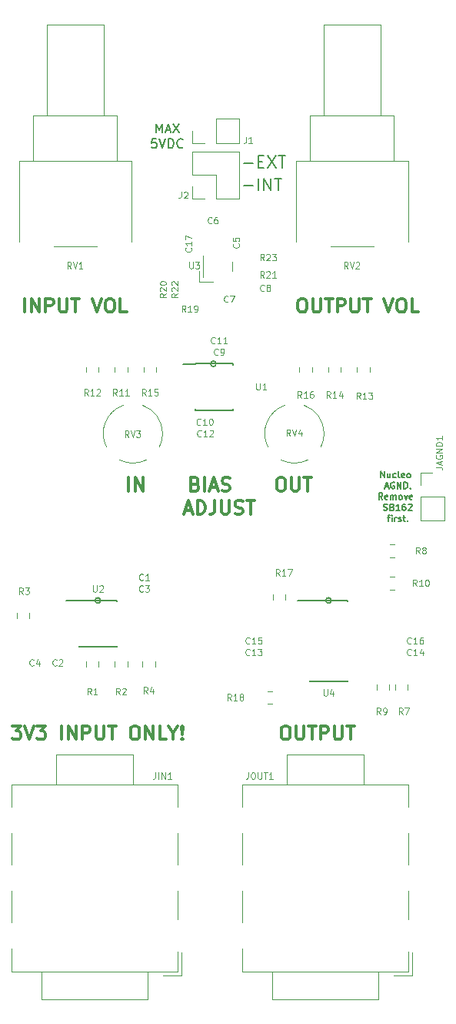
<source format=gbr>
G04 #@! TF.GenerationSoftware,KiCad,Pcbnew,(5.0.0-3-g5ebb6b6)*
G04 #@! TF.CreationDate,2019-04-23T02:19:09+01:00*
G04 #@! TF.ProjectId,Nucleo144AudioBreakout,4E75636C656F313434417564696F4272,RevA*
G04 #@! TF.SameCoordinates,Original*
G04 #@! TF.FileFunction,Legend,Top*
G04 #@! TF.FilePolarity,Positive*
%FSLAX46Y46*%
G04 Gerber Fmt 4.6, Leading zero omitted, Abs format (unit mm)*
G04 Created by KiCad (PCBNEW (5.0.0-3-g5ebb6b6)) date Tuesday, 23 April 2019 at 02:19:09*
%MOMM*%
%LPD*%
G01*
G04 APERTURE LIST*
%ADD10C,0.150000*%
%ADD11C,0.200000*%
%ADD12C,0.175000*%
%ADD13C,0.300000*%
%ADD14C,0.120000*%
%ADD15C,0.100000*%
G04 APERTURE END LIST*
D10*
X120036666Y-124916666D02*
X120036666Y-124216666D01*
X120436666Y-124916666D01*
X120436666Y-124216666D01*
X121070000Y-124450000D02*
X121070000Y-124916666D01*
X120770000Y-124450000D02*
X120770000Y-124816666D01*
X120803333Y-124883333D01*
X120870000Y-124916666D01*
X120970000Y-124916666D01*
X121036666Y-124883333D01*
X121070000Y-124850000D01*
X121703333Y-124883333D02*
X121636666Y-124916666D01*
X121503333Y-124916666D01*
X121436666Y-124883333D01*
X121403333Y-124850000D01*
X121370000Y-124783333D01*
X121370000Y-124583333D01*
X121403333Y-124516666D01*
X121436666Y-124483333D01*
X121503333Y-124450000D01*
X121636666Y-124450000D01*
X121703333Y-124483333D01*
X122103333Y-124916666D02*
X122036666Y-124883333D01*
X122003333Y-124816666D01*
X122003333Y-124216666D01*
X122636666Y-124883333D02*
X122570000Y-124916666D01*
X122436666Y-124916666D01*
X122370000Y-124883333D01*
X122336666Y-124816666D01*
X122336666Y-124550000D01*
X122370000Y-124483333D01*
X122436666Y-124450000D01*
X122570000Y-124450000D01*
X122636666Y-124483333D01*
X122670000Y-124550000D01*
X122670000Y-124616666D01*
X122336666Y-124683333D01*
X123070000Y-124916666D02*
X123003333Y-124883333D01*
X122970000Y-124850000D01*
X122936666Y-124783333D01*
X122936666Y-124583333D01*
X122970000Y-124516666D01*
X123003333Y-124483333D01*
X123070000Y-124450000D01*
X123170000Y-124450000D01*
X123236666Y-124483333D01*
X123270000Y-124516666D01*
X123303333Y-124583333D01*
X123303333Y-124783333D01*
X123270000Y-124850000D01*
X123236666Y-124883333D01*
X123170000Y-124916666D01*
X123070000Y-124916666D01*
X120520000Y-125916666D02*
X120853333Y-125916666D01*
X120453333Y-126116666D02*
X120686666Y-125416666D01*
X120920000Y-126116666D01*
X121520000Y-125450000D02*
X121453333Y-125416666D01*
X121353333Y-125416666D01*
X121253333Y-125450000D01*
X121186666Y-125516666D01*
X121153333Y-125583333D01*
X121120000Y-125716666D01*
X121120000Y-125816666D01*
X121153333Y-125950000D01*
X121186666Y-126016666D01*
X121253333Y-126083333D01*
X121353333Y-126116666D01*
X121420000Y-126116666D01*
X121520000Y-126083333D01*
X121553333Y-126050000D01*
X121553333Y-125816666D01*
X121420000Y-125816666D01*
X121853333Y-126116666D02*
X121853333Y-125416666D01*
X122253333Y-126116666D01*
X122253333Y-125416666D01*
X122586666Y-126116666D02*
X122586666Y-125416666D01*
X122753333Y-125416666D01*
X122853333Y-125450000D01*
X122920000Y-125516666D01*
X122953333Y-125583333D01*
X122986666Y-125716666D01*
X122986666Y-125816666D01*
X122953333Y-125950000D01*
X122920000Y-126016666D01*
X122853333Y-126083333D01*
X122753333Y-126116666D01*
X122586666Y-126116666D01*
X123286666Y-126050000D02*
X123320000Y-126083333D01*
X123286666Y-126116666D01*
X123253333Y-126083333D01*
X123286666Y-126050000D01*
X123286666Y-126116666D01*
X120220000Y-127316666D02*
X119986666Y-126983333D01*
X119820000Y-127316666D02*
X119820000Y-126616666D01*
X120086666Y-126616666D01*
X120153333Y-126650000D01*
X120186666Y-126683333D01*
X120220000Y-126750000D01*
X120220000Y-126850000D01*
X120186666Y-126916666D01*
X120153333Y-126950000D01*
X120086666Y-126983333D01*
X119820000Y-126983333D01*
X120786666Y-127283333D02*
X120720000Y-127316666D01*
X120586666Y-127316666D01*
X120520000Y-127283333D01*
X120486666Y-127216666D01*
X120486666Y-126950000D01*
X120520000Y-126883333D01*
X120586666Y-126850000D01*
X120720000Y-126850000D01*
X120786666Y-126883333D01*
X120820000Y-126950000D01*
X120820000Y-127016666D01*
X120486666Y-127083333D01*
X121120000Y-127316666D02*
X121120000Y-126850000D01*
X121120000Y-126916666D02*
X121153333Y-126883333D01*
X121220000Y-126850000D01*
X121320000Y-126850000D01*
X121386666Y-126883333D01*
X121420000Y-126950000D01*
X121420000Y-127316666D01*
X121420000Y-126950000D02*
X121453333Y-126883333D01*
X121520000Y-126850000D01*
X121620000Y-126850000D01*
X121686666Y-126883333D01*
X121720000Y-126950000D01*
X121720000Y-127316666D01*
X122153333Y-127316666D02*
X122086666Y-127283333D01*
X122053333Y-127250000D01*
X122020000Y-127183333D01*
X122020000Y-126983333D01*
X122053333Y-126916666D01*
X122086666Y-126883333D01*
X122153333Y-126850000D01*
X122253333Y-126850000D01*
X122320000Y-126883333D01*
X122353333Y-126916666D01*
X122386666Y-126983333D01*
X122386666Y-127183333D01*
X122353333Y-127250000D01*
X122320000Y-127283333D01*
X122253333Y-127316666D01*
X122153333Y-127316666D01*
X122620000Y-126850000D02*
X122786666Y-127316666D01*
X122953333Y-126850000D01*
X123486666Y-127283333D02*
X123420000Y-127316666D01*
X123286666Y-127316666D01*
X123220000Y-127283333D01*
X123186666Y-127216666D01*
X123186666Y-126950000D01*
X123220000Y-126883333D01*
X123286666Y-126850000D01*
X123420000Y-126850000D01*
X123486666Y-126883333D01*
X123520000Y-126950000D01*
X123520000Y-127016666D01*
X123186666Y-127083333D01*
X120370000Y-128483333D02*
X120470000Y-128516666D01*
X120636666Y-128516666D01*
X120703333Y-128483333D01*
X120736666Y-128450000D01*
X120770000Y-128383333D01*
X120770000Y-128316666D01*
X120736666Y-128250000D01*
X120703333Y-128216666D01*
X120636666Y-128183333D01*
X120503333Y-128150000D01*
X120436666Y-128116666D01*
X120403333Y-128083333D01*
X120370000Y-128016666D01*
X120370000Y-127950000D01*
X120403333Y-127883333D01*
X120436666Y-127850000D01*
X120503333Y-127816666D01*
X120670000Y-127816666D01*
X120770000Y-127850000D01*
X121303333Y-128150000D02*
X121403333Y-128183333D01*
X121436666Y-128216666D01*
X121470000Y-128283333D01*
X121470000Y-128383333D01*
X121436666Y-128450000D01*
X121403333Y-128483333D01*
X121336666Y-128516666D01*
X121070000Y-128516666D01*
X121070000Y-127816666D01*
X121303333Y-127816666D01*
X121370000Y-127850000D01*
X121403333Y-127883333D01*
X121436666Y-127950000D01*
X121436666Y-128016666D01*
X121403333Y-128083333D01*
X121370000Y-128116666D01*
X121303333Y-128150000D01*
X121070000Y-128150000D01*
X122136666Y-128516666D02*
X121736666Y-128516666D01*
X121936666Y-128516666D02*
X121936666Y-127816666D01*
X121870000Y-127916666D01*
X121803333Y-127983333D01*
X121736666Y-128016666D01*
X122736666Y-127816666D02*
X122603333Y-127816666D01*
X122536666Y-127850000D01*
X122503333Y-127883333D01*
X122436666Y-127983333D01*
X122403333Y-128116666D01*
X122403333Y-128383333D01*
X122436666Y-128450000D01*
X122470000Y-128483333D01*
X122536666Y-128516666D01*
X122670000Y-128516666D01*
X122736666Y-128483333D01*
X122770000Y-128450000D01*
X122803333Y-128383333D01*
X122803333Y-128216666D01*
X122770000Y-128150000D01*
X122736666Y-128116666D01*
X122670000Y-128083333D01*
X122536666Y-128083333D01*
X122470000Y-128116666D01*
X122436666Y-128150000D01*
X122403333Y-128216666D01*
X123070000Y-127883333D02*
X123103333Y-127850000D01*
X123170000Y-127816666D01*
X123336666Y-127816666D01*
X123403333Y-127850000D01*
X123436666Y-127883333D01*
X123470000Y-127950000D01*
X123470000Y-128016666D01*
X123436666Y-128116666D01*
X123036666Y-128516666D01*
X123470000Y-128516666D01*
X120753333Y-129250000D02*
X121020000Y-129250000D01*
X120853333Y-129716666D02*
X120853333Y-129116666D01*
X120886666Y-129050000D01*
X120953333Y-129016666D01*
X121020000Y-129016666D01*
X121253333Y-129716666D02*
X121253333Y-129250000D01*
X121253333Y-129016666D02*
X121220000Y-129050000D01*
X121253333Y-129083333D01*
X121286666Y-129050000D01*
X121253333Y-129016666D01*
X121253333Y-129083333D01*
X121586666Y-129716666D02*
X121586666Y-129250000D01*
X121586666Y-129383333D02*
X121620000Y-129316666D01*
X121653333Y-129283333D01*
X121720000Y-129250000D01*
X121786666Y-129250000D01*
X121986666Y-129683333D02*
X122053333Y-129716666D01*
X122186666Y-129716666D01*
X122253333Y-129683333D01*
X122286666Y-129616666D01*
X122286666Y-129583333D01*
X122253333Y-129516666D01*
X122186666Y-129483333D01*
X122086666Y-129483333D01*
X122020000Y-129450000D01*
X121986666Y-129383333D01*
X121986666Y-129350000D01*
X122020000Y-129283333D01*
X122086666Y-129250000D01*
X122186666Y-129250000D01*
X122253333Y-129283333D01*
X122486666Y-129250000D02*
X122753333Y-129250000D01*
X122586666Y-129016666D02*
X122586666Y-129616666D01*
X122620000Y-129683333D01*
X122686666Y-129716666D01*
X122753333Y-129716666D01*
X122986666Y-129650000D02*
X123020000Y-129683333D01*
X122986666Y-129716666D01*
X122953333Y-129683333D01*
X122986666Y-129650000D01*
X122986666Y-129716666D01*
D11*
X104953047Y-92828257D02*
X105943523Y-92828257D01*
X106562571Y-93323495D02*
X106562571Y-92023495D01*
X107181619Y-93323495D02*
X107181619Y-92023495D01*
X107924476Y-93323495D01*
X107924476Y-92023495D01*
X108357809Y-92023495D02*
X109100666Y-92023495D01*
X108729238Y-93323495D02*
X108729238Y-92023495D01*
X104939580Y-90339057D02*
X105930057Y-90339057D01*
X106549104Y-90153342D02*
X106982438Y-90153342D01*
X107168152Y-90834295D02*
X106549104Y-90834295D01*
X106549104Y-89534295D01*
X107168152Y-89534295D01*
X107601485Y-89534295D02*
X108468152Y-90834295D01*
X108468152Y-89534295D02*
X107601485Y-90834295D01*
X108777676Y-89534295D02*
X109520533Y-89534295D01*
X109149104Y-90834295D02*
X109149104Y-89534295D01*
D12*
X95281904Y-86990880D02*
X95281904Y-85990880D01*
X95615238Y-86705166D01*
X95948571Y-85990880D01*
X95948571Y-86990880D01*
X96377142Y-86705166D02*
X96853333Y-86705166D01*
X96281904Y-86990880D02*
X96615238Y-85990880D01*
X96948571Y-86990880D01*
X97186666Y-85990880D02*
X97853333Y-86990880D01*
X97853333Y-85990880D02*
X97186666Y-86990880D01*
X95329523Y-87665880D02*
X94853333Y-87665880D01*
X94805714Y-88142071D01*
X94853333Y-88094452D01*
X94948571Y-88046833D01*
X95186666Y-88046833D01*
X95281904Y-88094452D01*
X95329523Y-88142071D01*
X95377142Y-88237309D01*
X95377142Y-88475404D01*
X95329523Y-88570642D01*
X95281904Y-88618261D01*
X95186666Y-88665880D01*
X94948571Y-88665880D01*
X94853333Y-88618261D01*
X94805714Y-88570642D01*
X95662857Y-87665880D02*
X95996190Y-88665880D01*
X96329523Y-87665880D01*
X96662857Y-88665880D02*
X96662857Y-87665880D01*
X96900952Y-87665880D01*
X97043809Y-87713500D01*
X97139047Y-87808738D01*
X97186666Y-87903976D01*
X97234285Y-88094452D01*
X97234285Y-88237309D01*
X97186666Y-88427785D01*
X97139047Y-88523023D01*
X97043809Y-88618261D01*
X96900952Y-88665880D01*
X96662857Y-88665880D01*
X98234285Y-88570642D02*
X98186666Y-88618261D01*
X98043809Y-88665880D01*
X97948571Y-88665880D01*
X97805714Y-88618261D01*
X97710476Y-88523023D01*
X97662857Y-88427785D01*
X97615238Y-88237309D01*
X97615238Y-88094452D01*
X97662857Y-87903976D01*
X97710476Y-87808738D01*
X97805714Y-87713500D01*
X97948571Y-87665880D01*
X98043809Y-87665880D01*
X98186666Y-87713500D01*
X98234285Y-87761119D01*
D13*
X109422857Y-152213571D02*
X109708571Y-152213571D01*
X109851428Y-152285000D01*
X109994285Y-152427857D01*
X110065714Y-152713571D01*
X110065714Y-153213571D01*
X109994285Y-153499285D01*
X109851428Y-153642142D01*
X109708571Y-153713571D01*
X109422857Y-153713571D01*
X109280000Y-153642142D01*
X109137142Y-153499285D01*
X109065714Y-153213571D01*
X109065714Y-152713571D01*
X109137142Y-152427857D01*
X109280000Y-152285000D01*
X109422857Y-152213571D01*
X110708571Y-152213571D02*
X110708571Y-153427857D01*
X110780000Y-153570714D01*
X110851428Y-153642142D01*
X110994285Y-153713571D01*
X111280000Y-153713571D01*
X111422857Y-153642142D01*
X111494285Y-153570714D01*
X111565714Y-153427857D01*
X111565714Y-152213571D01*
X112065714Y-152213571D02*
X112922857Y-152213571D01*
X112494285Y-153713571D02*
X112494285Y-152213571D01*
X113422857Y-153713571D02*
X113422857Y-152213571D01*
X113994285Y-152213571D01*
X114137142Y-152285000D01*
X114208571Y-152356428D01*
X114280000Y-152499285D01*
X114280000Y-152713571D01*
X114208571Y-152856428D01*
X114137142Y-152927857D01*
X113994285Y-152999285D01*
X113422857Y-152999285D01*
X114922857Y-152213571D02*
X114922857Y-153427857D01*
X114994285Y-153570714D01*
X115065714Y-153642142D01*
X115208571Y-153713571D01*
X115494285Y-153713571D01*
X115637142Y-153642142D01*
X115708571Y-153570714D01*
X115780000Y-153427857D01*
X115780000Y-152213571D01*
X116280000Y-152213571D02*
X117137142Y-152213571D01*
X116708571Y-153713571D02*
X116708571Y-152213571D01*
X92270714Y-126403571D02*
X92270714Y-124903571D01*
X92985000Y-126403571D02*
X92985000Y-124903571D01*
X93842142Y-126403571D01*
X93842142Y-124903571D01*
X99627857Y-125617857D02*
X99842142Y-125689285D01*
X99913571Y-125760714D01*
X99985000Y-125903571D01*
X99985000Y-126117857D01*
X99913571Y-126260714D01*
X99842142Y-126332142D01*
X99699285Y-126403571D01*
X99127857Y-126403571D01*
X99127857Y-124903571D01*
X99627857Y-124903571D01*
X99770714Y-124975000D01*
X99842142Y-125046428D01*
X99913571Y-125189285D01*
X99913571Y-125332142D01*
X99842142Y-125475000D01*
X99770714Y-125546428D01*
X99627857Y-125617857D01*
X99127857Y-125617857D01*
X100627857Y-126403571D02*
X100627857Y-124903571D01*
X101270714Y-125975000D02*
X101985000Y-125975000D01*
X101127857Y-126403571D02*
X101627857Y-124903571D01*
X102127857Y-126403571D01*
X102556428Y-126332142D02*
X102770714Y-126403571D01*
X103127857Y-126403571D01*
X103270714Y-126332142D01*
X103342142Y-126260714D01*
X103413571Y-126117857D01*
X103413571Y-125975000D01*
X103342142Y-125832142D01*
X103270714Y-125760714D01*
X103127857Y-125689285D01*
X102842142Y-125617857D01*
X102699285Y-125546428D01*
X102627857Y-125475000D01*
X102556428Y-125332142D01*
X102556428Y-125189285D01*
X102627857Y-125046428D01*
X102699285Y-124975000D01*
X102842142Y-124903571D01*
X103199285Y-124903571D01*
X103413571Y-124975000D01*
X108913571Y-124903571D02*
X109199285Y-124903571D01*
X109342142Y-124975000D01*
X109485000Y-125117857D01*
X109556428Y-125403571D01*
X109556428Y-125903571D01*
X109485000Y-126189285D01*
X109342142Y-126332142D01*
X109199285Y-126403571D01*
X108913571Y-126403571D01*
X108770714Y-126332142D01*
X108627857Y-126189285D01*
X108556428Y-125903571D01*
X108556428Y-125403571D01*
X108627857Y-125117857D01*
X108770714Y-124975000D01*
X108913571Y-124903571D01*
X110199285Y-124903571D02*
X110199285Y-126117857D01*
X110270714Y-126260714D01*
X110342142Y-126332142D01*
X110485000Y-126403571D01*
X110770714Y-126403571D01*
X110913571Y-126332142D01*
X110985000Y-126260714D01*
X111056428Y-126117857D01*
X111056428Y-124903571D01*
X111556428Y-124903571D02*
X112413571Y-124903571D01*
X111985000Y-126403571D02*
X111985000Y-124903571D01*
X98485000Y-128525000D02*
X99199285Y-128525000D01*
X98342142Y-128953571D02*
X98842142Y-127453571D01*
X99342142Y-128953571D01*
X99842142Y-128953571D02*
X99842142Y-127453571D01*
X100199285Y-127453571D01*
X100413571Y-127525000D01*
X100556428Y-127667857D01*
X100627857Y-127810714D01*
X100699285Y-128096428D01*
X100699285Y-128310714D01*
X100627857Y-128596428D01*
X100556428Y-128739285D01*
X100413571Y-128882142D01*
X100199285Y-128953571D01*
X99842142Y-128953571D01*
X101770714Y-127453571D02*
X101770714Y-128525000D01*
X101699285Y-128739285D01*
X101556428Y-128882142D01*
X101342142Y-128953571D01*
X101199285Y-128953571D01*
X102485000Y-127453571D02*
X102485000Y-128667857D01*
X102556428Y-128810714D01*
X102627857Y-128882142D01*
X102770714Y-128953571D01*
X103056428Y-128953571D01*
X103199285Y-128882142D01*
X103270714Y-128810714D01*
X103342142Y-128667857D01*
X103342142Y-127453571D01*
X103985000Y-128882142D02*
X104199285Y-128953571D01*
X104556428Y-128953571D01*
X104699285Y-128882142D01*
X104770714Y-128810714D01*
X104842142Y-128667857D01*
X104842142Y-128525000D01*
X104770714Y-128382142D01*
X104699285Y-128310714D01*
X104556428Y-128239285D01*
X104270714Y-128167857D01*
X104127857Y-128096428D01*
X104056428Y-128025000D01*
X103985000Y-127882142D01*
X103985000Y-127739285D01*
X104056428Y-127596428D01*
X104127857Y-127525000D01*
X104270714Y-127453571D01*
X104627857Y-127453571D01*
X104842142Y-127525000D01*
X105270714Y-127453571D02*
X106127857Y-127453571D01*
X105699285Y-128953571D02*
X105699285Y-127453571D01*
X111260714Y-105223571D02*
X111546428Y-105223571D01*
X111689285Y-105295000D01*
X111832142Y-105437857D01*
X111903571Y-105723571D01*
X111903571Y-106223571D01*
X111832142Y-106509285D01*
X111689285Y-106652142D01*
X111546428Y-106723571D01*
X111260714Y-106723571D01*
X111117857Y-106652142D01*
X110975000Y-106509285D01*
X110903571Y-106223571D01*
X110903571Y-105723571D01*
X110975000Y-105437857D01*
X111117857Y-105295000D01*
X111260714Y-105223571D01*
X112546428Y-105223571D02*
X112546428Y-106437857D01*
X112617857Y-106580714D01*
X112689285Y-106652142D01*
X112832142Y-106723571D01*
X113117857Y-106723571D01*
X113260714Y-106652142D01*
X113332142Y-106580714D01*
X113403571Y-106437857D01*
X113403571Y-105223571D01*
X113903571Y-105223571D02*
X114760714Y-105223571D01*
X114332142Y-106723571D02*
X114332142Y-105223571D01*
X115260714Y-106723571D02*
X115260714Y-105223571D01*
X115832142Y-105223571D01*
X115975000Y-105295000D01*
X116046428Y-105366428D01*
X116117857Y-105509285D01*
X116117857Y-105723571D01*
X116046428Y-105866428D01*
X115975000Y-105937857D01*
X115832142Y-106009285D01*
X115260714Y-106009285D01*
X116760714Y-105223571D02*
X116760714Y-106437857D01*
X116832142Y-106580714D01*
X116903571Y-106652142D01*
X117046428Y-106723571D01*
X117332142Y-106723571D01*
X117475000Y-106652142D01*
X117546428Y-106580714D01*
X117617857Y-106437857D01*
X117617857Y-105223571D01*
X118117857Y-105223571D02*
X118975000Y-105223571D01*
X118546428Y-106723571D02*
X118546428Y-105223571D01*
X120403571Y-105223571D02*
X120903571Y-106723571D01*
X121403571Y-105223571D01*
X122189285Y-105223571D02*
X122475000Y-105223571D01*
X122617857Y-105295000D01*
X122760714Y-105437857D01*
X122832142Y-105723571D01*
X122832142Y-106223571D01*
X122760714Y-106509285D01*
X122617857Y-106652142D01*
X122475000Y-106723571D01*
X122189285Y-106723571D01*
X122046428Y-106652142D01*
X121903571Y-106509285D01*
X121832142Y-106223571D01*
X121832142Y-105723571D01*
X121903571Y-105437857D01*
X122046428Y-105295000D01*
X122189285Y-105223571D01*
X124189285Y-106723571D02*
X123475000Y-106723571D01*
X123475000Y-105223571D01*
X80860000Y-106723571D02*
X80860000Y-105223571D01*
X81574285Y-106723571D02*
X81574285Y-105223571D01*
X82431428Y-106723571D01*
X82431428Y-105223571D01*
X83145714Y-106723571D02*
X83145714Y-105223571D01*
X83717142Y-105223571D01*
X83860000Y-105295000D01*
X83931428Y-105366428D01*
X84002857Y-105509285D01*
X84002857Y-105723571D01*
X83931428Y-105866428D01*
X83860000Y-105937857D01*
X83717142Y-106009285D01*
X83145714Y-106009285D01*
X84645714Y-105223571D02*
X84645714Y-106437857D01*
X84717142Y-106580714D01*
X84788571Y-106652142D01*
X84931428Y-106723571D01*
X85217142Y-106723571D01*
X85360000Y-106652142D01*
X85431428Y-106580714D01*
X85502857Y-106437857D01*
X85502857Y-105223571D01*
X86002857Y-105223571D02*
X86860000Y-105223571D01*
X86431428Y-106723571D02*
X86431428Y-105223571D01*
X88288571Y-105223571D02*
X88788571Y-106723571D01*
X89288571Y-105223571D01*
X90074285Y-105223571D02*
X90360000Y-105223571D01*
X90502857Y-105295000D01*
X90645714Y-105437857D01*
X90717142Y-105723571D01*
X90717142Y-106223571D01*
X90645714Y-106509285D01*
X90502857Y-106652142D01*
X90360000Y-106723571D01*
X90074285Y-106723571D01*
X89931428Y-106652142D01*
X89788571Y-106509285D01*
X89717142Y-106223571D01*
X89717142Y-105723571D01*
X89788571Y-105437857D01*
X89931428Y-105295000D01*
X90074285Y-105223571D01*
X92074285Y-106723571D02*
X91360000Y-106723571D01*
X91360000Y-105223571D01*
X79471428Y-152213571D02*
X80400000Y-152213571D01*
X79900000Y-152785000D01*
X80114285Y-152785000D01*
X80257142Y-152856428D01*
X80328571Y-152927857D01*
X80400000Y-153070714D01*
X80400000Y-153427857D01*
X80328571Y-153570714D01*
X80257142Y-153642142D01*
X80114285Y-153713571D01*
X79685714Y-153713571D01*
X79542857Y-153642142D01*
X79471428Y-153570714D01*
X80828571Y-152213571D02*
X81328571Y-153713571D01*
X81828571Y-152213571D01*
X82185714Y-152213571D02*
X83114285Y-152213571D01*
X82614285Y-152785000D01*
X82828571Y-152785000D01*
X82971428Y-152856428D01*
X83042857Y-152927857D01*
X83114285Y-153070714D01*
X83114285Y-153427857D01*
X83042857Y-153570714D01*
X82971428Y-153642142D01*
X82828571Y-153713571D01*
X82400000Y-153713571D01*
X82257142Y-153642142D01*
X82185714Y-153570714D01*
X84900000Y-153713571D02*
X84900000Y-152213571D01*
X85614285Y-153713571D02*
X85614285Y-152213571D01*
X86471428Y-153713571D01*
X86471428Y-152213571D01*
X87185714Y-153713571D02*
X87185714Y-152213571D01*
X87757142Y-152213571D01*
X87900000Y-152285000D01*
X87971428Y-152356428D01*
X88042857Y-152499285D01*
X88042857Y-152713571D01*
X87971428Y-152856428D01*
X87900000Y-152927857D01*
X87757142Y-152999285D01*
X87185714Y-152999285D01*
X88685714Y-152213571D02*
X88685714Y-153427857D01*
X88757142Y-153570714D01*
X88828571Y-153642142D01*
X88971428Y-153713571D01*
X89257142Y-153713571D01*
X89400000Y-153642142D01*
X89471428Y-153570714D01*
X89542857Y-153427857D01*
X89542857Y-152213571D01*
X90042857Y-152213571D02*
X90900000Y-152213571D01*
X90471428Y-153713571D02*
X90471428Y-152213571D01*
X92828571Y-152213571D02*
X93114285Y-152213571D01*
X93257142Y-152285000D01*
X93399999Y-152427857D01*
X93471428Y-152713571D01*
X93471428Y-153213571D01*
X93399999Y-153499285D01*
X93257142Y-153642142D01*
X93114285Y-153713571D01*
X92828571Y-153713571D01*
X92685714Y-153642142D01*
X92542857Y-153499285D01*
X92471428Y-153213571D01*
X92471428Y-152713571D01*
X92542857Y-152427857D01*
X92685714Y-152285000D01*
X92828571Y-152213571D01*
X94114285Y-153713571D02*
X94114285Y-152213571D01*
X94971428Y-153713571D01*
X94971428Y-152213571D01*
X96399999Y-153713571D02*
X95685714Y-153713571D01*
X95685714Y-152213571D01*
X97185714Y-152999285D02*
X97185714Y-153713571D01*
X96685714Y-152213571D02*
X97185714Y-152999285D01*
X97685714Y-152213571D01*
X98185714Y-153570714D02*
X98257142Y-153642142D01*
X98185714Y-153713571D01*
X98114285Y-153642142D01*
X98185714Y-153570714D01*
X98185714Y-153713571D01*
X98185714Y-153142142D02*
X98114285Y-152285000D01*
X98185714Y-152213571D01*
X98257142Y-152285000D01*
X98185714Y-153142142D01*
X98185714Y-152213571D01*
D11*
X89200000Y-138430000D02*
G75*
G03X89200000Y-138430000I-300000J0D01*
G01*
X114600000Y-138430000D02*
G75*
G03X114600000Y-138430000I-300000J0D01*
G01*
X101900000Y-112395000D02*
G75*
G03X101900000Y-112395000I-300000J0D01*
G01*
D10*
G04 #@! TO.C,U1*
X99652000Y-112410000D02*
X98252000Y-112410000D01*
X99652000Y-117510000D02*
X103802000Y-117510000D01*
X99652000Y-112360000D02*
X103802000Y-112360000D01*
X99652000Y-117510000D02*
X99652000Y-117365000D01*
X103802000Y-117510000D02*
X103802000Y-117365000D01*
X103802000Y-112360000D02*
X103802000Y-112505000D01*
X99652000Y-112360000D02*
X99652000Y-112410000D01*
D14*
G04 #@! TO.C,R4*
X95198000Y-145153748D02*
X95198000Y-145676252D01*
X93778000Y-145153748D02*
X93778000Y-145676252D01*
D10*
G04 #@! TO.C,U2*
X86825000Y-138445000D02*
X85425000Y-138445000D01*
X86825000Y-143545000D02*
X90975000Y-143545000D01*
X86825000Y-138395000D02*
X90975000Y-138395000D01*
X86825000Y-143545000D02*
X86825000Y-143400000D01*
X90975000Y-143545000D02*
X90975000Y-143400000D01*
X90975000Y-138395000D02*
X90975000Y-138540000D01*
X86825000Y-138395000D02*
X86825000Y-138445000D01*
D14*
G04 #@! TO.C,JIN1*
X98070000Y-179660000D02*
X98070000Y-177160000D01*
X96070000Y-179660000D02*
X98070000Y-179660000D01*
X84260000Y-158620000D02*
X84260000Y-155400000D01*
X92770000Y-155380000D02*
X84290000Y-155380000D01*
X92770000Y-158620000D02*
X92770000Y-155400000D01*
X94360000Y-182260000D02*
X94360000Y-179260000D01*
X94360000Y-182260000D02*
X82660000Y-182260000D01*
X82660000Y-182260000D02*
X82660000Y-179260000D01*
X97660000Y-158650000D02*
X79370000Y-158650000D01*
X79370000Y-158650000D02*
X79370000Y-161100000D01*
X97660000Y-158650000D02*
X97660000Y-161100000D01*
X97670000Y-177010000D02*
X97670000Y-179260000D01*
X97670000Y-170360000D02*
X97670000Y-173510000D01*
X97660000Y-164020000D02*
X97660000Y-167450000D01*
X79370000Y-167450000D02*
X79370000Y-164020000D01*
X79370000Y-173800000D02*
X79370000Y-170370000D01*
X79370000Y-179260000D02*
X79370000Y-176710000D01*
X97670000Y-179260000D02*
X79370000Y-179260000D01*
G04 #@! TO.C,R10*
X121023748Y-137235000D02*
X121546252Y-137235000D01*
X121023748Y-135815000D02*
X121546252Y-135815000D01*
G04 #@! TO.C,JOUT1*
X123070000Y-179260000D02*
X104770000Y-179260000D01*
X104770000Y-179260000D02*
X104770000Y-176710000D01*
X104770000Y-173800000D02*
X104770000Y-170370000D01*
X104770000Y-167450000D02*
X104770000Y-164020000D01*
X123060000Y-164020000D02*
X123060000Y-167450000D01*
X123070000Y-170360000D02*
X123070000Y-173510000D01*
X123070000Y-177010000D02*
X123070000Y-179260000D01*
X123060000Y-158650000D02*
X123060000Y-161100000D01*
X104770000Y-158650000D02*
X104770000Y-161100000D01*
X123060000Y-158650000D02*
X104770000Y-158650000D01*
X108060000Y-182260000D02*
X108060000Y-179260000D01*
X119760000Y-182260000D02*
X108060000Y-182260000D01*
X119760000Y-182260000D02*
X119760000Y-179260000D01*
X118170000Y-158620000D02*
X118170000Y-155400000D01*
X118170000Y-155380000D02*
X109690000Y-155380000D01*
X109660000Y-158620000D02*
X109660000Y-155400000D01*
X121470000Y-179660000D02*
X123470000Y-179660000D01*
X123470000Y-179660000D02*
X123470000Y-177160000D01*
G04 #@! TO.C,RV3*
X93814608Y-116963154D02*
G75*
G02X96020000Y-120055000I-1064608J-3091846D01*
G01*
X89836171Y-121538968D02*
G75*
G02X91686000Y-116963000I2913829J1483968D01*
G01*
X94235202Y-122968387D02*
G75*
G02X91266000Y-122969000I-1485202J2913387D01*
G01*
X96020075Y-119998137D02*
G75*
G02X95664000Y-121540000I-3270075J-56863D01*
G01*
G04 #@! TO.C,RV4*
X111594608Y-116963154D02*
G75*
G02X113800000Y-120055000I-1064608J-3091846D01*
G01*
X107616171Y-121538968D02*
G75*
G02X109466000Y-116963000I2913829J1483968D01*
G01*
X112015202Y-122968387D02*
G75*
G02X109046000Y-122969000I-1485202J2913387D01*
G01*
X113800075Y-119998137D02*
G75*
G02X113444000Y-121540000I-3270075J-56863D01*
G01*
G04 #@! TO.C,R1*
X87555000Y-145153748D02*
X87555000Y-145676252D01*
X88975000Y-145153748D02*
X88975000Y-145676252D01*
G04 #@! TO.C,R2*
X92150000Y-145153748D02*
X92150000Y-145676252D01*
X90730000Y-145153748D02*
X90730000Y-145676252D01*
G04 #@! TO.C,R3*
X81355000Y-139828748D02*
X81355000Y-140351252D01*
X79935000Y-139828748D02*
X79935000Y-140351252D01*
G04 #@! TO.C,R7*
X123011000Y-147693748D02*
X123011000Y-148216252D01*
X121591000Y-147693748D02*
X121591000Y-148216252D01*
G04 #@! TO.C,R8*
X121023748Y-133679000D02*
X121546252Y-133679000D01*
X121023748Y-132259000D02*
X121546252Y-132259000D01*
G04 #@! TO.C,R9*
X120979000Y-148216252D02*
X120979000Y-147693748D01*
X119559000Y-148216252D02*
X119559000Y-147693748D01*
G04 #@! TO.C,R11*
X92150000Y-112768748D02*
X92150000Y-113291252D01*
X90730000Y-112768748D02*
X90730000Y-113291252D01*
G04 #@! TO.C,R12*
X87555000Y-113291252D02*
X87555000Y-112768748D01*
X88975000Y-113291252D02*
X88975000Y-112768748D01*
G04 #@! TO.C,R13*
X117400000Y-112768748D02*
X117400000Y-113291252D01*
X118820000Y-112768748D02*
X118820000Y-113291252D01*
G04 #@! TO.C,R14*
X114225000Y-113291252D02*
X114225000Y-112768748D01*
X115645000Y-113291252D02*
X115645000Y-112768748D01*
G04 #@! TO.C,R15*
X93905000Y-112768748D02*
X93905000Y-113291252D01*
X95325000Y-112768748D02*
X95325000Y-113291252D01*
G04 #@! TO.C,R16*
X111050000Y-112768748D02*
X111050000Y-113291252D01*
X112470000Y-112768748D02*
X112470000Y-113291252D01*
G04 #@! TO.C,R17*
X109549000Y-138310252D02*
X109549000Y-137787748D01*
X108129000Y-138310252D02*
X108129000Y-137787748D01*
G04 #@! TO.C,R18*
X107561748Y-148388000D02*
X108084252Y-148388000D01*
X107561748Y-149808000D02*
X108084252Y-149808000D01*
D10*
G04 #@! TO.C,U4*
X112225000Y-138425000D02*
X112225000Y-138450000D01*
X116375000Y-138425000D02*
X116375000Y-138540000D01*
X116375000Y-147325000D02*
X116375000Y-147210000D01*
X112225000Y-147325000D02*
X112225000Y-147210000D01*
X112225000Y-138425000D02*
X116375000Y-138425000D01*
X112225000Y-147325000D02*
X116375000Y-147325000D01*
X112225000Y-138450000D02*
X110850000Y-138450000D01*
D14*
G04 #@! TO.C,RV1*
X83280000Y-75130000D02*
X89520000Y-75130000D01*
X83280000Y-85130000D02*
X89520000Y-85130000D01*
X89520000Y-85130000D02*
X89520000Y-75130000D01*
X83280000Y-85130000D02*
X83280000Y-75130000D01*
X81780000Y-85130000D02*
X91020000Y-85130000D01*
X81780000Y-90130000D02*
X91020000Y-90130000D01*
X91020000Y-90130000D02*
X91020000Y-85130000D01*
X81780000Y-90130000D02*
X81780000Y-85130000D01*
X80230000Y-90130000D02*
X92570000Y-90130000D01*
X84006000Y-99511000D02*
X88795000Y-99511000D01*
X92570000Y-99009000D02*
X92570000Y-90130000D01*
X80230000Y-99009000D02*
X80230000Y-90130000D01*
G04 #@! TO.C,RV2*
X110710000Y-99009000D02*
X110710000Y-90130000D01*
X123050000Y-99009000D02*
X123050000Y-90130000D01*
X114486000Y-99511000D02*
X119275000Y-99511000D01*
X110710000Y-90130000D02*
X123050000Y-90130000D01*
X112260000Y-90130000D02*
X112260000Y-85130000D01*
X121500000Y-90130000D02*
X121500000Y-85130000D01*
X112260000Y-90130000D02*
X121500000Y-90130000D01*
X112260000Y-85130000D02*
X121500000Y-85130000D01*
X113760000Y-85130000D02*
X113760000Y-75130000D01*
X120000000Y-85130000D02*
X120000000Y-75130000D01*
X113760000Y-85130000D02*
X120000000Y-85130000D01*
X113760000Y-75130000D02*
X120000000Y-75130000D01*
G04 #@! TO.C,JAGND1*
X124400000Y-129600000D02*
X127060000Y-129600000D01*
X124400000Y-127000000D02*
X124400000Y-129600000D01*
X127060000Y-127000000D02*
X127060000Y-129600000D01*
X124400000Y-127000000D02*
X127060000Y-127000000D01*
X124400000Y-125730000D02*
X124400000Y-124400000D01*
X124400000Y-124400000D02*
X125730000Y-124400000D01*
G04 #@! TO.C,J1*
X104479400Y-88121800D02*
X104479400Y-85461800D01*
X101879400Y-88121800D02*
X104479400Y-88121800D01*
X101879400Y-85461800D02*
X104479400Y-85461800D01*
X101879400Y-88121800D02*
X101879400Y-85461800D01*
X100609400Y-88121800D02*
X99279400Y-88121800D01*
X99279400Y-88121800D02*
X99279400Y-86791800D01*
G04 #@! TO.C,U3*
X101544500Y-103363500D02*
X100044500Y-103363500D01*
X100044500Y-103363500D02*
X100044500Y-102163500D01*
X103664500Y-101163500D02*
X103664500Y-102163500D01*
X100424500Y-102913500D02*
X100424500Y-100543500D01*
G04 #@! TO.C,J2*
X104479400Y-94243200D02*
X104479400Y-89043200D01*
X101879400Y-94243200D02*
X104479400Y-94243200D01*
X99279400Y-89043200D02*
X104479400Y-89043200D01*
X101879400Y-94243200D02*
X101879400Y-91643200D01*
X101879400Y-91643200D02*
X99279400Y-91643200D01*
X99279400Y-91643200D02*
X99279400Y-89043200D01*
X100609400Y-94243200D02*
X99279400Y-94243200D01*
X99279400Y-94243200D02*
X99279400Y-92913200D01*
G04 #@! TO.C,U1*
D15*
X106337166Y-114551666D02*
X106337166Y-115118333D01*
X106370500Y-115185000D01*
X106403833Y-115218333D01*
X106470500Y-115251666D01*
X106603833Y-115251666D01*
X106670500Y-115218333D01*
X106703833Y-115185000D01*
X106737166Y-115118333D01*
X106737166Y-114551666D01*
X107437166Y-115251666D02*
X107037166Y-115251666D01*
X107237166Y-115251666D02*
X107237166Y-114551666D01*
X107170500Y-114651666D01*
X107103833Y-114718333D01*
X107037166Y-114751666D01*
G04 #@! TO.C,R4*
X94371333Y-148652666D02*
X94138000Y-148319333D01*
X93971333Y-148652666D02*
X93971333Y-147952666D01*
X94238000Y-147952666D01*
X94304666Y-147986000D01*
X94338000Y-148019333D01*
X94371333Y-148086000D01*
X94371333Y-148186000D01*
X94338000Y-148252666D01*
X94304666Y-148286000D01*
X94238000Y-148319333D01*
X93971333Y-148319333D01*
X94971333Y-148186000D02*
X94971333Y-148652666D01*
X94804666Y-147919333D02*
X94638000Y-148419333D01*
X95071333Y-148419333D01*
G04 #@! TO.C,U2*
X88366666Y-136776666D02*
X88366666Y-137343333D01*
X88400000Y-137410000D01*
X88433333Y-137443333D01*
X88500000Y-137476666D01*
X88633333Y-137476666D01*
X88700000Y-137443333D01*
X88733333Y-137410000D01*
X88766666Y-137343333D01*
X88766666Y-136776666D01*
X89066666Y-136843333D02*
X89100000Y-136810000D01*
X89166666Y-136776666D01*
X89333333Y-136776666D01*
X89400000Y-136810000D01*
X89433333Y-136843333D01*
X89466666Y-136910000D01*
X89466666Y-136976666D01*
X89433333Y-137076666D01*
X89033333Y-137476666D01*
X89466666Y-137476666D01*
G04 #@! TO.C,JIN1*
X95245333Y-157350666D02*
X95245333Y-157850666D01*
X95212000Y-157950666D01*
X95145333Y-158017333D01*
X95045333Y-158050666D01*
X94978666Y-158050666D01*
X95578666Y-158050666D02*
X95578666Y-157350666D01*
X95912000Y-158050666D02*
X95912000Y-157350666D01*
X96312000Y-158050666D01*
X96312000Y-157350666D01*
X97012000Y-158050666D02*
X96612000Y-158050666D01*
X96812000Y-158050666D02*
X96812000Y-157350666D01*
X96745333Y-157450666D01*
X96678666Y-157517333D01*
X96612000Y-157550666D01*
G04 #@! TO.C,R10*
X124010000Y-136841666D02*
X123776666Y-136508333D01*
X123610000Y-136841666D02*
X123610000Y-136141666D01*
X123876666Y-136141666D01*
X123943333Y-136175000D01*
X123976666Y-136208333D01*
X124010000Y-136275000D01*
X124010000Y-136375000D01*
X123976666Y-136441666D01*
X123943333Y-136475000D01*
X123876666Y-136508333D01*
X123610000Y-136508333D01*
X124676666Y-136841666D02*
X124276666Y-136841666D01*
X124476666Y-136841666D02*
X124476666Y-136141666D01*
X124410000Y-136241666D01*
X124343333Y-136308333D01*
X124276666Y-136341666D01*
X125110000Y-136141666D02*
X125176666Y-136141666D01*
X125243333Y-136175000D01*
X125276666Y-136208333D01*
X125310000Y-136275000D01*
X125343333Y-136408333D01*
X125343333Y-136575000D01*
X125310000Y-136708333D01*
X125276666Y-136775000D01*
X125243333Y-136808333D01*
X125176666Y-136841666D01*
X125110000Y-136841666D01*
X125043333Y-136808333D01*
X125010000Y-136775000D01*
X124976666Y-136708333D01*
X124943333Y-136575000D01*
X124943333Y-136408333D01*
X124976666Y-136275000D01*
X125010000Y-136208333D01*
X125043333Y-136175000D01*
X125110000Y-136141666D01*
G04 #@! TO.C,JOUT1*
X105446666Y-157350666D02*
X105446666Y-157850666D01*
X105413333Y-157950666D01*
X105346666Y-158017333D01*
X105246666Y-158050666D01*
X105180000Y-158050666D01*
X105913333Y-157350666D02*
X106046666Y-157350666D01*
X106113333Y-157384000D01*
X106180000Y-157450666D01*
X106213333Y-157584000D01*
X106213333Y-157817333D01*
X106180000Y-157950666D01*
X106113333Y-158017333D01*
X106046666Y-158050666D01*
X105913333Y-158050666D01*
X105846666Y-158017333D01*
X105780000Y-157950666D01*
X105746666Y-157817333D01*
X105746666Y-157584000D01*
X105780000Y-157450666D01*
X105846666Y-157384000D01*
X105913333Y-157350666D01*
X106513333Y-157350666D02*
X106513333Y-157917333D01*
X106546666Y-157984000D01*
X106580000Y-158017333D01*
X106646666Y-158050666D01*
X106780000Y-158050666D01*
X106846666Y-158017333D01*
X106880000Y-157984000D01*
X106913333Y-157917333D01*
X106913333Y-157350666D01*
X107146666Y-157350666D02*
X107546666Y-157350666D01*
X107346666Y-158050666D02*
X107346666Y-157350666D01*
X108146666Y-158050666D02*
X107746666Y-158050666D01*
X107946666Y-158050666D02*
X107946666Y-157350666D01*
X107880000Y-157450666D01*
X107813333Y-157517333D01*
X107746666Y-157550666D01*
G04 #@! TO.C,RV3*
X92293333Y-120458666D02*
X92060000Y-120125333D01*
X91893333Y-120458666D02*
X91893333Y-119758666D01*
X92160000Y-119758666D01*
X92226666Y-119792000D01*
X92260000Y-119825333D01*
X92293333Y-119892000D01*
X92293333Y-119992000D01*
X92260000Y-120058666D01*
X92226666Y-120092000D01*
X92160000Y-120125333D01*
X91893333Y-120125333D01*
X92493333Y-119758666D02*
X92726666Y-120458666D01*
X92960000Y-119758666D01*
X93126666Y-119758666D02*
X93560000Y-119758666D01*
X93326666Y-120025333D01*
X93426666Y-120025333D01*
X93493333Y-120058666D01*
X93526666Y-120092000D01*
X93560000Y-120158666D01*
X93560000Y-120325333D01*
X93526666Y-120392000D01*
X93493333Y-120425333D01*
X93426666Y-120458666D01*
X93226666Y-120458666D01*
X93160000Y-120425333D01*
X93126666Y-120392000D01*
G04 #@! TO.C,RV4*
X110073333Y-120331666D02*
X109840000Y-119998333D01*
X109673333Y-120331666D02*
X109673333Y-119631666D01*
X109940000Y-119631666D01*
X110006666Y-119665000D01*
X110040000Y-119698333D01*
X110073333Y-119765000D01*
X110073333Y-119865000D01*
X110040000Y-119931666D01*
X110006666Y-119965000D01*
X109940000Y-119998333D01*
X109673333Y-119998333D01*
X110273333Y-119631666D02*
X110506666Y-120331666D01*
X110740000Y-119631666D01*
X111273333Y-119865000D02*
X111273333Y-120331666D01*
X111106666Y-119598333D02*
X110940000Y-120098333D01*
X111373333Y-120098333D01*
G04 #@! TO.C,R1*
X88148333Y-148779666D02*
X87915000Y-148446333D01*
X87748333Y-148779666D02*
X87748333Y-148079666D01*
X88015000Y-148079666D01*
X88081666Y-148113000D01*
X88115000Y-148146333D01*
X88148333Y-148213000D01*
X88148333Y-148313000D01*
X88115000Y-148379666D01*
X88081666Y-148413000D01*
X88015000Y-148446333D01*
X87748333Y-148446333D01*
X88815000Y-148779666D02*
X88415000Y-148779666D01*
X88615000Y-148779666D02*
X88615000Y-148079666D01*
X88548333Y-148179666D01*
X88481666Y-148246333D01*
X88415000Y-148279666D01*
G04 #@! TO.C,R2*
X91323333Y-148779666D02*
X91090000Y-148446333D01*
X90923333Y-148779666D02*
X90923333Y-148079666D01*
X91190000Y-148079666D01*
X91256666Y-148113000D01*
X91290000Y-148146333D01*
X91323333Y-148213000D01*
X91323333Y-148313000D01*
X91290000Y-148379666D01*
X91256666Y-148413000D01*
X91190000Y-148446333D01*
X90923333Y-148446333D01*
X91590000Y-148146333D02*
X91623333Y-148113000D01*
X91690000Y-148079666D01*
X91856666Y-148079666D01*
X91923333Y-148113000D01*
X91956666Y-148146333D01*
X91990000Y-148213000D01*
X91990000Y-148279666D01*
X91956666Y-148379666D01*
X91556666Y-148779666D01*
X91990000Y-148779666D01*
G04 #@! TO.C,R3*
X80655333Y-137730666D02*
X80422000Y-137397333D01*
X80255333Y-137730666D02*
X80255333Y-137030666D01*
X80522000Y-137030666D01*
X80588666Y-137064000D01*
X80622000Y-137097333D01*
X80655333Y-137164000D01*
X80655333Y-137264000D01*
X80622000Y-137330666D01*
X80588666Y-137364000D01*
X80522000Y-137397333D01*
X80255333Y-137397333D01*
X80888666Y-137030666D02*
X81322000Y-137030666D01*
X81088666Y-137297333D01*
X81188666Y-137297333D01*
X81255333Y-137330666D01*
X81288666Y-137364000D01*
X81322000Y-137430666D01*
X81322000Y-137597333D01*
X81288666Y-137664000D01*
X81255333Y-137697333D01*
X81188666Y-137730666D01*
X80988666Y-137730666D01*
X80922000Y-137697333D01*
X80888666Y-137664000D01*
G04 #@! TO.C,R7*
X122438333Y-150938666D02*
X122205000Y-150605333D01*
X122038333Y-150938666D02*
X122038333Y-150238666D01*
X122305000Y-150238666D01*
X122371666Y-150272000D01*
X122405000Y-150305333D01*
X122438333Y-150372000D01*
X122438333Y-150472000D01*
X122405000Y-150538666D01*
X122371666Y-150572000D01*
X122305000Y-150605333D01*
X122038333Y-150605333D01*
X122671666Y-150238666D02*
X123138333Y-150238666D01*
X122838333Y-150938666D01*
G04 #@! TO.C,R8*
X124343333Y-133285666D02*
X124110000Y-132952333D01*
X123943333Y-133285666D02*
X123943333Y-132585666D01*
X124210000Y-132585666D01*
X124276666Y-132619000D01*
X124310000Y-132652333D01*
X124343333Y-132719000D01*
X124343333Y-132819000D01*
X124310000Y-132885666D01*
X124276666Y-132919000D01*
X124210000Y-132952333D01*
X123943333Y-132952333D01*
X124743333Y-132885666D02*
X124676666Y-132852333D01*
X124643333Y-132819000D01*
X124610000Y-132752333D01*
X124610000Y-132719000D01*
X124643333Y-132652333D01*
X124676666Y-132619000D01*
X124743333Y-132585666D01*
X124876666Y-132585666D01*
X124943333Y-132619000D01*
X124976666Y-132652333D01*
X125010000Y-132719000D01*
X125010000Y-132752333D01*
X124976666Y-132819000D01*
X124943333Y-132852333D01*
X124876666Y-132885666D01*
X124743333Y-132885666D01*
X124676666Y-132919000D01*
X124643333Y-132952333D01*
X124610000Y-133019000D01*
X124610000Y-133152333D01*
X124643333Y-133219000D01*
X124676666Y-133252333D01*
X124743333Y-133285666D01*
X124876666Y-133285666D01*
X124943333Y-133252333D01*
X124976666Y-133219000D01*
X125010000Y-133152333D01*
X125010000Y-133019000D01*
X124976666Y-132952333D01*
X124943333Y-132919000D01*
X124876666Y-132885666D01*
G04 #@! TO.C,R9*
X120025333Y-150938666D02*
X119792000Y-150605333D01*
X119625333Y-150938666D02*
X119625333Y-150238666D01*
X119892000Y-150238666D01*
X119958666Y-150272000D01*
X119992000Y-150305333D01*
X120025333Y-150372000D01*
X120025333Y-150472000D01*
X119992000Y-150538666D01*
X119958666Y-150572000D01*
X119892000Y-150605333D01*
X119625333Y-150605333D01*
X120358666Y-150938666D02*
X120492000Y-150938666D01*
X120558666Y-150905333D01*
X120592000Y-150872000D01*
X120658666Y-150772000D01*
X120692000Y-150638666D01*
X120692000Y-150372000D01*
X120658666Y-150305333D01*
X120625333Y-150272000D01*
X120558666Y-150238666D01*
X120425333Y-150238666D01*
X120358666Y-150272000D01*
X120325333Y-150305333D01*
X120292000Y-150372000D01*
X120292000Y-150538666D01*
X120325333Y-150605333D01*
X120358666Y-150638666D01*
X120425333Y-150672000D01*
X120558666Y-150672000D01*
X120625333Y-150638666D01*
X120658666Y-150605333D01*
X120692000Y-150538666D01*
G04 #@! TO.C,R11*
X90990000Y-115886666D02*
X90756666Y-115553333D01*
X90590000Y-115886666D02*
X90590000Y-115186666D01*
X90856666Y-115186666D01*
X90923333Y-115220000D01*
X90956666Y-115253333D01*
X90990000Y-115320000D01*
X90990000Y-115420000D01*
X90956666Y-115486666D01*
X90923333Y-115520000D01*
X90856666Y-115553333D01*
X90590000Y-115553333D01*
X91656666Y-115886666D02*
X91256666Y-115886666D01*
X91456666Y-115886666D02*
X91456666Y-115186666D01*
X91390000Y-115286666D01*
X91323333Y-115353333D01*
X91256666Y-115386666D01*
X92323333Y-115886666D02*
X91923333Y-115886666D01*
X92123333Y-115886666D02*
X92123333Y-115186666D01*
X92056666Y-115286666D01*
X91990000Y-115353333D01*
X91923333Y-115386666D01*
G04 #@! TO.C,R12*
X87815000Y-115886666D02*
X87581666Y-115553333D01*
X87415000Y-115886666D02*
X87415000Y-115186666D01*
X87681666Y-115186666D01*
X87748333Y-115220000D01*
X87781666Y-115253333D01*
X87815000Y-115320000D01*
X87815000Y-115420000D01*
X87781666Y-115486666D01*
X87748333Y-115520000D01*
X87681666Y-115553333D01*
X87415000Y-115553333D01*
X88481666Y-115886666D02*
X88081666Y-115886666D01*
X88281666Y-115886666D02*
X88281666Y-115186666D01*
X88215000Y-115286666D01*
X88148333Y-115353333D01*
X88081666Y-115386666D01*
X88748333Y-115253333D02*
X88781666Y-115220000D01*
X88848333Y-115186666D01*
X89015000Y-115186666D01*
X89081666Y-115220000D01*
X89115000Y-115253333D01*
X89148333Y-115320000D01*
X89148333Y-115386666D01*
X89115000Y-115486666D01*
X88715000Y-115886666D01*
X89148333Y-115886666D01*
G04 #@! TO.C,R13*
X117787000Y-116267666D02*
X117553666Y-115934333D01*
X117387000Y-116267666D02*
X117387000Y-115567666D01*
X117653666Y-115567666D01*
X117720333Y-115601000D01*
X117753666Y-115634333D01*
X117787000Y-115701000D01*
X117787000Y-115801000D01*
X117753666Y-115867666D01*
X117720333Y-115901000D01*
X117653666Y-115934333D01*
X117387000Y-115934333D01*
X118453666Y-116267666D02*
X118053666Y-116267666D01*
X118253666Y-116267666D02*
X118253666Y-115567666D01*
X118187000Y-115667666D01*
X118120333Y-115734333D01*
X118053666Y-115767666D01*
X118687000Y-115567666D02*
X119120333Y-115567666D01*
X118887000Y-115834333D01*
X118987000Y-115834333D01*
X119053666Y-115867666D01*
X119087000Y-115901000D01*
X119120333Y-115967666D01*
X119120333Y-116134333D01*
X119087000Y-116201000D01*
X119053666Y-116234333D01*
X118987000Y-116267666D01*
X118787000Y-116267666D01*
X118720333Y-116234333D01*
X118687000Y-116201000D01*
G04 #@! TO.C,R14*
X114485000Y-116140666D02*
X114251666Y-115807333D01*
X114085000Y-116140666D02*
X114085000Y-115440666D01*
X114351666Y-115440666D01*
X114418333Y-115474000D01*
X114451666Y-115507333D01*
X114485000Y-115574000D01*
X114485000Y-115674000D01*
X114451666Y-115740666D01*
X114418333Y-115774000D01*
X114351666Y-115807333D01*
X114085000Y-115807333D01*
X115151666Y-116140666D02*
X114751666Y-116140666D01*
X114951666Y-116140666D02*
X114951666Y-115440666D01*
X114885000Y-115540666D01*
X114818333Y-115607333D01*
X114751666Y-115640666D01*
X115751666Y-115674000D02*
X115751666Y-116140666D01*
X115585000Y-115407333D02*
X115418333Y-115907333D01*
X115851666Y-115907333D01*
G04 #@! TO.C,R15*
X94165000Y-115886666D02*
X93931666Y-115553333D01*
X93765000Y-115886666D02*
X93765000Y-115186666D01*
X94031666Y-115186666D01*
X94098333Y-115220000D01*
X94131666Y-115253333D01*
X94165000Y-115320000D01*
X94165000Y-115420000D01*
X94131666Y-115486666D01*
X94098333Y-115520000D01*
X94031666Y-115553333D01*
X93765000Y-115553333D01*
X94831666Y-115886666D02*
X94431666Y-115886666D01*
X94631666Y-115886666D02*
X94631666Y-115186666D01*
X94565000Y-115286666D01*
X94498333Y-115353333D01*
X94431666Y-115386666D01*
X95465000Y-115186666D02*
X95131666Y-115186666D01*
X95098333Y-115520000D01*
X95131666Y-115486666D01*
X95198333Y-115453333D01*
X95365000Y-115453333D01*
X95431666Y-115486666D01*
X95465000Y-115520000D01*
X95498333Y-115586666D01*
X95498333Y-115753333D01*
X95465000Y-115820000D01*
X95431666Y-115853333D01*
X95365000Y-115886666D01*
X95198333Y-115886666D01*
X95131666Y-115853333D01*
X95098333Y-115820000D01*
G04 #@! TO.C,R16*
X111310000Y-116140666D02*
X111076666Y-115807333D01*
X110910000Y-116140666D02*
X110910000Y-115440666D01*
X111176666Y-115440666D01*
X111243333Y-115474000D01*
X111276666Y-115507333D01*
X111310000Y-115574000D01*
X111310000Y-115674000D01*
X111276666Y-115740666D01*
X111243333Y-115774000D01*
X111176666Y-115807333D01*
X110910000Y-115807333D01*
X111976666Y-116140666D02*
X111576666Y-116140666D01*
X111776666Y-116140666D02*
X111776666Y-115440666D01*
X111710000Y-115540666D01*
X111643333Y-115607333D01*
X111576666Y-115640666D01*
X112576666Y-115440666D02*
X112443333Y-115440666D01*
X112376666Y-115474000D01*
X112343333Y-115507333D01*
X112276666Y-115607333D01*
X112243333Y-115740666D01*
X112243333Y-116007333D01*
X112276666Y-116074000D01*
X112310000Y-116107333D01*
X112376666Y-116140666D01*
X112510000Y-116140666D01*
X112576666Y-116107333D01*
X112610000Y-116074000D01*
X112643333Y-116007333D01*
X112643333Y-115840666D01*
X112610000Y-115774000D01*
X112576666Y-115740666D01*
X112510000Y-115707333D01*
X112376666Y-115707333D01*
X112310000Y-115740666D01*
X112276666Y-115774000D01*
X112243333Y-115840666D01*
G04 #@! TO.C,R17*
X108897000Y-135698666D02*
X108663666Y-135365333D01*
X108497000Y-135698666D02*
X108497000Y-134998666D01*
X108763666Y-134998666D01*
X108830333Y-135032000D01*
X108863666Y-135065333D01*
X108897000Y-135132000D01*
X108897000Y-135232000D01*
X108863666Y-135298666D01*
X108830333Y-135332000D01*
X108763666Y-135365333D01*
X108497000Y-135365333D01*
X109563666Y-135698666D02*
X109163666Y-135698666D01*
X109363666Y-135698666D02*
X109363666Y-134998666D01*
X109297000Y-135098666D01*
X109230333Y-135165333D01*
X109163666Y-135198666D01*
X109797000Y-134998666D02*
X110263666Y-134998666D01*
X109963666Y-135698666D01*
G04 #@! TO.C,R18*
X103563000Y-149414666D02*
X103329666Y-149081333D01*
X103163000Y-149414666D02*
X103163000Y-148714666D01*
X103429666Y-148714666D01*
X103496333Y-148748000D01*
X103529666Y-148781333D01*
X103563000Y-148848000D01*
X103563000Y-148948000D01*
X103529666Y-149014666D01*
X103496333Y-149048000D01*
X103429666Y-149081333D01*
X103163000Y-149081333D01*
X104229666Y-149414666D02*
X103829666Y-149414666D01*
X104029666Y-149414666D02*
X104029666Y-148714666D01*
X103963000Y-148814666D01*
X103896333Y-148881333D01*
X103829666Y-148914666D01*
X104629666Y-149014666D02*
X104563000Y-148981333D01*
X104529666Y-148948000D01*
X104496333Y-148881333D01*
X104496333Y-148848000D01*
X104529666Y-148781333D01*
X104563000Y-148748000D01*
X104629666Y-148714666D01*
X104763000Y-148714666D01*
X104829666Y-148748000D01*
X104863000Y-148781333D01*
X104896333Y-148848000D01*
X104896333Y-148881333D01*
X104863000Y-148948000D01*
X104829666Y-148981333D01*
X104763000Y-149014666D01*
X104629666Y-149014666D01*
X104563000Y-149048000D01*
X104529666Y-149081333D01*
X104496333Y-149148000D01*
X104496333Y-149281333D01*
X104529666Y-149348000D01*
X104563000Y-149381333D01*
X104629666Y-149414666D01*
X104763000Y-149414666D01*
X104829666Y-149381333D01*
X104863000Y-149348000D01*
X104896333Y-149281333D01*
X104896333Y-149148000D01*
X104863000Y-149081333D01*
X104829666Y-149048000D01*
X104763000Y-149014666D01*
G04 #@! TO.C,U4*
X113766666Y-148206666D02*
X113766666Y-148773333D01*
X113800000Y-148840000D01*
X113833333Y-148873333D01*
X113900000Y-148906666D01*
X114033333Y-148906666D01*
X114100000Y-148873333D01*
X114133333Y-148840000D01*
X114166666Y-148773333D01*
X114166666Y-148206666D01*
X114800000Y-148440000D02*
X114800000Y-148906666D01*
X114633333Y-148173333D02*
X114466666Y-148673333D01*
X114900000Y-148673333D01*
G04 #@! TO.C,C1*
X93863333Y-136140000D02*
X93830000Y-136173333D01*
X93730000Y-136206666D01*
X93663333Y-136206666D01*
X93563333Y-136173333D01*
X93496666Y-136106666D01*
X93463333Y-136040000D01*
X93430000Y-135906666D01*
X93430000Y-135806666D01*
X93463333Y-135673333D01*
X93496666Y-135606666D01*
X93563333Y-135540000D01*
X93663333Y-135506666D01*
X93730000Y-135506666D01*
X93830000Y-135540000D01*
X93863333Y-135573333D01*
X94530000Y-136206666D02*
X94130000Y-136206666D01*
X94330000Y-136206666D02*
X94330000Y-135506666D01*
X94263333Y-135606666D01*
X94196666Y-135673333D01*
X94130000Y-135706666D01*
G04 #@! TO.C,C2*
X84338333Y-145538000D02*
X84305000Y-145571333D01*
X84205000Y-145604666D01*
X84138333Y-145604666D01*
X84038333Y-145571333D01*
X83971666Y-145504666D01*
X83938333Y-145438000D01*
X83905000Y-145304666D01*
X83905000Y-145204666D01*
X83938333Y-145071333D01*
X83971666Y-145004666D01*
X84038333Y-144938000D01*
X84138333Y-144904666D01*
X84205000Y-144904666D01*
X84305000Y-144938000D01*
X84338333Y-144971333D01*
X84605000Y-144971333D02*
X84638333Y-144938000D01*
X84705000Y-144904666D01*
X84871666Y-144904666D01*
X84938333Y-144938000D01*
X84971666Y-144971333D01*
X85005000Y-145038000D01*
X85005000Y-145104666D01*
X84971666Y-145204666D01*
X84571666Y-145604666D01*
X85005000Y-145604666D01*
G04 #@! TO.C,C3*
X93863333Y-137410000D02*
X93830000Y-137443333D01*
X93730000Y-137476666D01*
X93663333Y-137476666D01*
X93563333Y-137443333D01*
X93496666Y-137376666D01*
X93463333Y-137310000D01*
X93430000Y-137176666D01*
X93430000Y-137076666D01*
X93463333Y-136943333D01*
X93496666Y-136876666D01*
X93563333Y-136810000D01*
X93663333Y-136776666D01*
X93730000Y-136776666D01*
X93830000Y-136810000D01*
X93863333Y-136843333D01*
X94096666Y-136776666D02*
X94530000Y-136776666D01*
X94296666Y-137043333D01*
X94396666Y-137043333D01*
X94463333Y-137076666D01*
X94496666Y-137110000D01*
X94530000Y-137176666D01*
X94530000Y-137343333D01*
X94496666Y-137410000D01*
X94463333Y-137443333D01*
X94396666Y-137476666D01*
X94196666Y-137476666D01*
X94130000Y-137443333D01*
X94096666Y-137410000D01*
G04 #@! TO.C,C4*
X81798333Y-145538000D02*
X81765000Y-145571333D01*
X81665000Y-145604666D01*
X81598333Y-145604666D01*
X81498333Y-145571333D01*
X81431666Y-145504666D01*
X81398333Y-145438000D01*
X81365000Y-145304666D01*
X81365000Y-145204666D01*
X81398333Y-145071333D01*
X81431666Y-145004666D01*
X81498333Y-144938000D01*
X81598333Y-144904666D01*
X81665000Y-144904666D01*
X81765000Y-144938000D01*
X81798333Y-144971333D01*
X82398333Y-145138000D02*
X82398333Y-145604666D01*
X82231666Y-144871333D02*
X82065000Y-145371333D01*
X82498333Y-145371333D01*
G04 #@! TO.C,C9*
X102118333Y-111375000D02*
X102085000Y-111408333D01*
X101985000Y-111441666D01*
X101918333Y-111441666D01*
X101818333Y-111408333D01*
X101751666Y-111341666D01*
X101718333Y-111275000D01*
X101685000Y-111141666D01*
X101685000Y-111041666D01*
X101718333Y-110908333D01*
X101751666Y-110841666D01*
X101818333Y-110775000D01*
X101918333Y-110741666D01*
X101985000Y-110741666D01*
X102085000Y-110775000D01*
X102118333Y-110808333D01*
X102451666Y-111441666D02*
X102585000Y-111441666D01*
X102651666Y-111408333D01*
X102685000Y-111375000D01*
X102751666Y-111275000D01*
X102785000Y-111141666D01*
X102785000Y-110875000D01*
X102751666Y-110808333D01*
X102718333Y-110775000D01*
X102651666Y-110741666D01*
X102518333Y-110741666D01*
X102451666Y-110775000D01*
X102418333Y-110808333D01*
X102385000Y-110875000D01*
X102385000Y-111041666D01*
X102418333Y-111108333D01*
X102451666Y-111141666D01*
X102518333Y-111175000D01*
X102651666Y-111175000D01*
X102718333Y-111141666D01*
X102751666Y-111108333D01*
X102785000Y-111041666D01*
G04 #@! TO.C,C10*
X100197500Y-119058500D02*
X100164166Y-119091833D01*
X100064166Y-119125166D01*
X99997500Y-119125166D01*
X99897500Y-119091833D01*
X99830833Y-119025166D01*
X99797500Y-118958500D01*
X99764166Y-118825166D01*
X99764166Y-118725166D01*
X99797500Y-118591833D01*
X99830833Y-118525166D01*
X99897500Y-118458500D01*
X99997500Y-118425166D01*
X100064166Y-118425166D01*
X100164166Y-118458500D01*
X100197500Y-118491833D01*
X100864166Y-119125166D02*
X100464166Y-119125166D01*
X100664166Y-119125166D02*
X100664166Y-118425166D01*
X100597500Y-118525166D01*
X100530833Y-118591833D01*
X100464166Y-118625166D01*
X101297500Y-118425166D02*
X101364166Y-118425166D01*
X101430833Y-118458500D01*
X101464166Y-118491833D01*
X101497500Y-118558500D01*
X101530833Y-118691833D01*
X101530833Y-118858500D01*
X101497500Y-118991833D01*
X101464166Y-119058500D01*
X101430833Y-119091833D01*
X101364166Y-119125166D01*
X101297500Y-119125166D01*
X101230833Y-119091833D01*
X101197500Y-119058500D01*
X101164166Y-118991833D01*
X101130833Y-118858500D01*
X101130833Y-118691833D01*
X101164166Y-118558500D01*
X101197500Y-118491833D01*
X101230833Y-118458500D01*
X101297500Y-118425166D01*
G04 #@! TO.C,C11*
X101785000Y-110105000D02*
X101751666Y-110138333D01*
X101651666Y-110171666D01*
X101585000Y-110171666D01*
X101485000Y-110138333D01*
X101418333Y-110071666D01*
X101385000Y-110005000D01*
X101351666Y-109871666D01*
X101351666Y-109771666D01*
X101385000Y-109638333D01*
X101418333Y-109571666D01*
X101485000Y-109505000D01*
X101585000Y-109471666D01*
X101651666Y-109471666D01*
X101751666Y-109505000D01*
X101785000Y-109538333D01*
X102451666Y-110171666D02*
X102051666Y-110171666D01*
X102251666Y-110171666D02*
X102251666Y-109471666D01*
X102185000Y-109571666D01*
X102118333Y-109638333D01*
X102051666Y-109671666D01*
X103118333Y-110171666D02*
X102718333Y-110171666D01*
X102918333Y-110171666D02*
X102918333Y-109471666D01*
X102851666Y-109571666D01*
X102785000Y-109638333D01*
X102718333Y-109671666D01*
G04 #@! TO.C,C12*
X100261000Y-120328500D02*
X100227666Y-120361833D01*
X100127666Y-120395166D01*
X100061000Y-120395166D01*
X99961000Y-120361833D01*
X99894333Y-120295166D01*
X99861000Y-120228500D01*
X99827666Y-120095166D01*
X99827666Y-119995166D01*
X99861000Y-119861833D01*
X99894333Y-119795166D01*
X99961000Y-119728500D01*
X100061000Y-119695166D01*
X100127666Y-119695166D01*
X100227666Y-119728500D01*
X100261000Y-119761833D01*
X100927666Y-120395166D02*
X100527666Y-120395166D01*
X100727666Y-120395166D02*
X100727666Y-119695166D01*
X100661000Y-119795166D01*
X100594333Y-119861833D01*
X100527666Y-119895166D01*
X101194333Y-119761833D02*
X101227666Y-119728500D01*
X101294333Y-119695166D01*
X101461000Y-119695166D01*
X101527666Y-119728500D01*
X101561000Y-119761833D01*
X101594333Y-119828500D01*
X101594333Y-119895166D01*
X101561000Y-119995166D01*
X101161000Y-120395166D01*
X101594333Y-120395166D01*
G04 #@! TO.C,C13*
X105595000Y-144395000D02*
X105561666Y-144428333D01*
X105461666Y-144461666D01*
X105395000Y-144461666D01*
X105295000Y-144428333D01*
X105228333Y-144361666D01*
X105195000Y-144295000D01*
X105161666Y-144161666D01*
X105161666Y-144061666D01*
X105195000Y-143928333D01*
X105228333Y-143861666D01*
X105295000Y-143795000D01*
X105395000Y-143761666D01*
X105461666Y-143761666D01*
X105561666Y-143795000D01*
X105595000Y-143828333D01*
X106261666Y-144461666D02*
X105861666Y-144461666D01*
X106061666Y-144461666D02*
X106061666Y-143761666D01*
X105995000Y-143861666D01*
X105928333Y-143928333D01*
X105861666Y-143961666D01*
X106495000Y-143761666D02*
X106928333Y-143761666D01*
X106695000Y-144028333D01*
X106795000Y-144028333D01*
X106861666Y-144061666D01*
X106895000Y-144095000D01*
X106928333Y-144161666D01*
X106928333Y-144328333D01*
X106895000Y-144395000D01*
X106861666Y-144428333D01*
X106795000Y-144461666D01*
X106595000Y-144461666D01*
X106528333Y-144428333D01*
X106495000Y-144395000D01*
G04 #@! TO.C,C14*
X123375000Y-144395000D02*
X123341666Y-144428333D01*
X123241666Y-144461666D01*
X123175000Y-144461666D01*
X123075000Y-144428333D01*
X123008333Y-144361666D01*
X122975000Y-144295000D01*
X122941666Y-144161666D01*
X122941666Y-144061666D01*
X122975000Y-143928333D01*
X123008333Y-143861666D01*
X123075000Y-143795000D01*
X123175000Y-143761666D01*
X123241666Y-143761666D01*
X123341666Y-143795000D01*
X123375000Y-143828333D01*
X124041666Y-144461666D02*
X123641666Y-144461666D01*
X123841666Y-144461666D02*
X123841666Y-143761666D01*
X123775000Y-143861666D01*
X123708333Y-143928333D01*
X123641666Y-143961666D01*
X124641666Y-143995000D02*
X124641666Y-144461666D01*
X124475000Y-143728333D02*
X124308333Y-144228333D01*
X124741666Y-144228333D01*
G04 #@! TO.C,C15*
X105595000Y-143125000D02*
X105561666Y-143158333D01*
X105461666Y-143191666D01*
X105395000Y-143191666D01*
X105295000Y-143158333D01*
X105228333Y-143091666D01*
X105195000Y-143025000D01*
X105161666Y-142891666D01*
X105161666Y-142791666D01*
X105195000Y-142658333D01*
X105228333Y-142591666D01*
X105295000Y-142525000D01*
X105395000Y-142491666D01*
X105461666Y-142491666D01*
X105561666Y-142525000D01*
X105595000Y-142558333D01*
X106261666Y-143191666D02*
X105861666Y-143191666D01*
X106061666Y-143191666D02*
X106061666Y-142491666D01*
X105995000Y-142591666D01*
X105928333Y-142658333D01*
X105861666Y-142691666D01*
X106895000Y-142491666D02*
X106561666Y-142491666D01*
X106528333Y-142825000D01*
X106561666Y-142791666D01*
X106628333Y-142758333D01*
X106795000Y-142758333D01*
X106861666Y-142791666D01*
X106895000Y-142825000D01*
X106928333Y-142891666D01*
X106928333Y-143058333D01*
X106895000Y-143125000D01*
X106861666Y-143158333D01*
X106795000Y-143191666D01*
X106628333Y-143191666D01*
X106561666Y-143158333D01*
X106528333Y-143125000D01*
G04 #@! TO.C,C16*
X123375000Y-143125000D02*
X123341666Y-143158333D01*
X123241666Y-143191666D01*
X123175000Y-143191666D01*
X123075000Y-143158333D01*
X123008333Y-143091666D01*
X122975000Y-143025000D01*
X122941666Y-142891666D01*
X122941666Y-142791666D01*
X122975000Y-142658333D01*
X123008333Y-142591666D01*
X123075000Y-142525000D01*
X123175000Y-142491666D01*
X123241666Y-142491666D01*
X123341666Y-142525000D01*
X123375000Y-142558333D01*
X124041666Y-143191666D02*
X123641666Y-143191666D01*
X123841666Y-143191666D02*
X123841666Y-142491666D01*
X123775000Y-142591666D01*
X123708333Y-142658333D01*
X123641666Y-142691666D01*
X124641666Y-142491666D02*
X124508333Y-142491666D01*
X124441666Y-142525000D01*
X124408333Y-142558333D01*
X124341666Y-142658333D01*
X124308333Y-142791666D01*
X124308333Y-143058333D01*
X124341666Y-143125000D01*
X124375000Y-143158333D01*
X124441666Y-143191666D01*
X124575000Y-143191666D01*
X124641666Y-143158333D01*
X124675000Y-143125000D01*
X124708333Y-143058333D01*
X124708333Y-142891666D01*
X124675000Y-142825000D01*
X124641666Y-142791666D01*
X124575000Y-142758333D01*
X124441666Y-142758333D01*
X124375000Y-142791666D01*
X124341666Y-142825000D01*
X124308333Y-142891666D01*
G04 #@! TO.C,RV1*
X85943333Y-101916666D02*
X85710000Y-101583333D01*
X85543333Y-101916666D02*
X85543333Y-101216666D01*
X85810000Y-101216666D01*
X85876666Y-101250000D01*
X85910000Y-101283333D01*
X85943333Y-101350000D01*
X85943333Y-101450000D01*
X85910000Y-101516666D01*
X85876666Y-101550000D01*
X85810000Y-101583333D01*
X85543333Y-101583333D01*
X86143333Y-101216666D02*
X86376666Y-101916666D01*
X86610000Y-101216666D01*
X87210000Y-101916666D02*
X86810000Y-101916666D01*
X87010000Y-101916666D02*
X87010000Y-101216666D01*
X86943333Y-101316666D01*
X86876666Y-101383333D01*
X86810000Y-101416666D01*
G04 #@! TO.C,RV2*
X116423333Y-101916666D02*
X116190000Y-101583333D01*
X116023333Y-101916666D02*
X116023333Y-101216666D01*
X116290000Y-101216666D01*
X116356666Y-101250000D01*
X116390000Y-101283333D01*
X116423333Y-101350000D01*
X116423333Y-101450000D01*
X116390000Y-101516666D01*
X116356666Y-101550000D01*
X116290000Y-101583333D01*
X116023333Y-101583333D01*
X116623333Y-101216666D02*
X116856666Y-101916666D01*
X117090000Y-101216666D01*
X117290000Y-101283333D02*
X117323333Y-101250000D01*
X117390000Y-101216666D01*
X117556666Y-101216666D01*
X117623333Y-101250000D01*
X117656666Y-101283333D01*
X117690000Y-101350000D01*
X117690000Y-101416666D01*
X117656666Y-101516666D01*
X117256666Y-101916666D01*
X117690000Y-101916666D01*
G04 #@! TO.C,JAGND1*
X126108666Y-123774000D02*
X126608666Y-123774000D01*
X126708666Y-123807333D01*
X126775333Y-123874000D01*
X126808666Y-123974000D01*
X126808666Y-124040666D01*
X126608666Y-123474000D02*
X126608666Y-123140666D01*
X126808666Y-123540666D02*
X126108666Y-123307333D01*
X126808666Y-123074000D01*
X126142000Y-122474000D02*
X126108666Y-122540666D01*
X126108666Y-122640666D01*
X126142000Y-122740666D01*
X126208666Y-122807333D01*
X126275333Y-122840666D01*
X126408666Y-122874000D01*
X126508666Y-122874000D01*
X126642000Y-122840666D01*
X126708666Y-122807333D01*
X126775333Y-122740666D01*
X126808666Y-122640666D01*
X126808666Y-122574000D01*
X126775333Y-122474000D01*
X126742000Y-122440666D01*
X126508666Y-122440666D01*
X126508666Y-122574000D01*
X126808666Y-122140666D02*
X126108666Y-122140666D01*
X126808666Y-121740666D01*
X126108666Y-121740666D01*
X126808666Y-121407333D02*
X126108666Y-121407333D01*
X126108666Y-121240666D01*
X126142000Y-121140666D01*
X126208666Y-121074000D01*
X126275333Y-121040666D01*
X126408666Y-121007333D01*
X126508666Y-121007333D01*
X126642000Y-121040666D01*
X126708666Y-121074000D01*
X126775333Y-121140666D01*
X126808666Y-121240666D01*
X126808666Y-121407333D01*
X126808666Y-120340666D02*
X126808666Y-120740666D01*
X126808666Y-120540666D02*
X126108666Y-120540666D01*
X126208666Y-120607333D01*
X126275333Y-120674000D01*
X126308666Y-120740666D01*
G04 #@! TO.C,C5*
X104390000Y-99189366D02*
X104423333Y-99222700D01*
X104456666Y-99322700D01*
X104456666Y-99389366D01*
X104423333Y-99489366D01*
X104356666Y-99556033D01*
X104290000Y-99589366D01*
X104156666Y-99622700D01*
X104056666Y-99622700D01*
X103923333Y-99589366D01*
X103856666Y-99556033D01*
X103790000Y-99489366D01*
X103756666Y-99389366D01*
X103756666Y-99322700D01*
X103790000Y-99222700D01*
X103823333Y-99189366D01*
X103756666Y-98556033D02*
X103756666Y-98889366D01*
X104090000Y-98922700D01*
X104056666Y-98889366D01*
X104023333Y-98822700D01*
X104023333Y-98656033D01*
X104056666Y-98589366D01*
X104090000Y-98556033D01*
X104156666Y-98522700D01*
X104323333Y-98522700D01*
X104390000Y-98556033D01*
X104423333Y-98589366D01*
X104456666Y-98656033D01*
X104456666Y-98822700D01*
X104423333Y-98889366D01*
X104390000Y-98922700D01*
G04 #@! TO.C,C6*
X101419833Y-96909700D02*
X101386500Y-96943033D01*
X101286500Y-96976366D01*
X101219833Y-96976366D01*
X101119833Y-96943033D01*
X101053166Y-96876366D01*
X101019833Y-96809700D01*
X100986500Y-96676366D01*
X100986500Y-96576366D01*
X101019833Y-96443033D01*
X101053166Y-96376366D01*
X101119833Y-96309700D01*
X101219833Y-96276366D01*
X101286500Y-96276366D01*
X101386500Y-96309700D01*
X101419833Y-96343033D01*
X102019833Y-96276366D02*
X101886500Y-96276366D01*
X101819833Y-96309700D01*
X101786500Y-96343033D01*
X101719833Y-96443033D01*
X101686500Y-96576366D01*
X101686500Y-96843033D01*
X101719833Y-96909700D01*
X101753166Y-96943033D01*
X101819833Y-96976366D01*
X101953166Y-96976366D01*
X102019833Y-96943033D01*
X102053166Y-96909700D01*
X102086500Y-96843033D01*
X102086500Y-96676366D01*
X102053166Y-96609700D01*
X102019833Y-96576366D01*
X101953166Y-96543033D01*
X101819833Y-96543033D01*
X101753166Y-96576366D01*
X101719833Y-96609700D01*
X101686500Y-96676366D01*
G04 #@! TO.C,C7*
X103210533Y-105558400D02*
X103177200Y-105591733D01*
X103077200Y-105625066D01*
X103010533Y-105625066D01*
X102910533Y-105591733D01*
X102843866Y-105525066D01*
X102810533Y-105458400D01*
X102777200Y-105325066D01*
X102777200Y-105225066D01*
X102810533Y-105091733D01*
X102843866Y-105025066D01*
X102910533Y-104958400D01*
X103010533Y-104925066D01*
X103077200Y-104925066D01*
X103177200Y-104958400D01*
X103210533Y-104991733D01*
X103443866Y-104925066D02*
X103910533Y-104925066D01*
X103610533Y-105625066D01*
G04 #@! TO.C,C8*
X107198333Y-104339200D02*
X107165000Y-104372533D01*
X107065000Y-104405866D01*
X106998333Y-104405866D01*
X106898333Y-104372533D01*
X106831666Y-104305866D01*
X106798333Y-104239200D01*
X106765000Y-104105866D01*
X106765000Y-104005866D01*
X106798333Y-103872533D01*
X106831666Y-103805866D01*
X106898333Y-103739200D01*
X106998333Y-103705866D01*
X107065000Y-103705866D01*
X107165000Y-103739200D01*
X107198333Y-103772533D01*
X107598333Y-104005866D02*
X107531666Y-103972533D01*
X107498333Y-103939200D01*
X107465000Y-103872533D01*
X107465000Y-103839200D01*
X107498333Y-103772533D01*
X107531666Y-103739200D01*
X107598333Y-103705866D01*
X107731666Y-103705866D01*
X107798333Y-103739200D01*
X107831666Y-103772533D01*
X107865000Y-103839200D01*
X107865000Y-103872533D01*
X107831666Y-103939200D01*
X107798333Y-103972533D01*
X107731666Y-104005866D01*
X107598333Y-104005866D01*
X107531666Y-104039200D01*
X107498333Y-104072533D01*
X107465000Y-104139200D01*
X107465000Y-104272533D01*
X107498333Y-104339200D01*
X107531666Y-104372533D01*
X107598333Y-104405866D01*
X107731666Y-104405866D01*
X107798333Y-104372533D01*
X107831666Y-104339200D01*
X107865000Y-104272533D01*
X107865000Y-104139200D01*
X107831666Y-104072533D01*
X107798333Y-104039200D01*
X107731666Y-104005866D01*
G04 #@! TO.C,C17*
X99144900Y-99649700D02*
X99178233Y-99683033D01*
X99211566Y-99783033D01*
X99211566Y-99849700D01*
X99178233Y-99949700D01*
X99111566Y-100016366D01*
X99044900Y-100049700D01*
X98911566Y-100083033D01*
X98811566Y-100083033D01*
X98678233Y-100049700D01*
X98611566Y-100016366D01*
X98544900Y-99949700D01*
X98511566Y-99849700D01*
X98511566Y-99783033D01*
X98544900Y-99683033D01*
X98578233Y-99649700D01*
X99211566Y-98983033D02*
X99211566Y-99383033D01*
X99211566Y-99183033D02*
X98511566Y-99183033D01*
X98611566Y-99249700D01*
X98678233Y-99316366D01*
X98711566Y-99383033D01*
X98511566Y-98749700D02*
X98511566Y-98283033D01*
X99211566Y-98583033D01*
G04 #@! TO.C,J1*
X105202066Y-87424466D02*
X105202066Y-87924466D01*
X105168733Y-88024466D01*
X105102066Y-88091133D01*
X105002066Y-88124466D01*
X104935400Y-88124466D01*
X105902066Y-88124466D02*
X105502066Y-88124466D01*
X105702066Y-88124466D02*
X105702066Y-87424466D01*
X105635400Y-87524466D01*
X105568733Y-87591133D01*
X105502066Y-87624466D01*
G04 #@! TO.C,U3*
X98958466Y-101216666D02*
X98958466Y-101783333D01*
X98991800Y-101850000D01*
X99025133Y-101883333D01*
X99091800Y-101916666D01*
X99225133Y-101916666D01*
X99291800Y-101883333D01*
X99325133Y-101850000D01*
X99358466Y-101783333D01*
X99358466Y-101216666D01*
X99625133Y-101216666D02*
X100058466Y-101216666D01*
X99825133Y-101483333D01*
X99925133Y-101483333D01*
X99991800Y-101516666D01*
X100025133Y-101550000D01*
X100058466Y-101616666D01*
X100058466Y-101783333D01*
X100025133Y-101850000D01*
X99991800Y-101883333D01*
X99925133Y-101916666D01*
X99725133Y-101916666D01*
X99658466Y-101883333D01*
X99625133Y-101850000D01*
G04 #@! TO.C,R19*
X98546500Y-106691866D02*
X98313166Y-106358533D01*
X98146500Y-106691866D02*
X98146500Y-105991866D01*
X98413166Y-105991866D01*
X98479833Y-106025200D01*
X98513166Y-106058533D01*
X98546500Y-106125200D01*
X98546500Y-106225200D01*
X98513166Y-106291866D01*
X98479833Y-106325200D01*
X98413166Y-106358533D01*
X98146500Y-106358533D01*
X99213166Y-106691866D02*
X98813166Y-106691866D01*
X99013166Y-106691866D02*
X99013166Y-105991866D01*
X98946500Y-106091866D01*
X98879833Y-106158533D01*
X98813166Y-106191866D01*
X99546500Y-106691866D02*
X99679833Y-106691866D01*
X99746500Y-106658533D01*
X99779833Y-106625200D01*
X99846500Y-106525200D01*
X99879833Y-106391866D01*
X99879833Y-106125200D01*
X99846500Y-106058533D01*
X99813166Y-106025200D01*
X99746500Y-105991866D01*
X99613166Y-105991866D01*
X99546500Y-106025200D01*
X99513166Y-106058533D01*
X99479833Y-106125200D01*
X99479833Y-106291866D01*
X99513166Y-106358533D01*
X99546500Y-106391866D01*
X99613166Y-106425200D01*
X99746500Y-106425200D01*
X99813166Y-106391866D01*
X99846500Y-106358533D01*
X99879833Y-106291866D01*
G04 #@! TO.C,R20*
X96404866Y-104666200D02*
X96071533Y-104899533D01*
X96404866Y-105066200D02*
X95704866Y-105066200D01*
X95704866Y-104799533D01*
X95738200Y-104732866D01*
X95771533Y-104699533D01*
X95838200Y-104666200D01*
X95938200Y-104666200D01*
X96004866Y-104699533D01*
X96038200Y-104732866D01*
X96071533Y-104799533D01*
X96071533Y-105066200D01*
X95771533Y-104399533D02*
X95738200Y-104366200D01*
X95704866Y-104299533D01*
X95704866Y-104132866D01*
X95738200Y-104066200D01*
X95771533Y-104032866D01*
X95838200Y-103999533D01*
X95904866Y-103999533D01*
X96004866Y-104032866D01*
X96404866Y-104432866D01*
X96404866Y-103999533D01*
X95704866Y-103566200D02*
X95704866Y-103499533D01*
X95738200Y-103432866D01*
X95771533Y-103399533D01*
X95838200Y-103366200D01*
X95971533Y-103332866D01*
X96138200Y-103332866D01*
X96271533Y-103366200D01*
X96338200Y-103399533D01*
X96371533Y-103432866D01*
X96404866Y-103499533D01*
X96404866Y-103566200D01*
X96371533Y-103632866D01*
X96338200Y-103666200D01*
X96271533Y-103699533D01*
X96138200Y-103732866D01*
X95971533Y-103732866D01*
X95838200Y-103699533D01*
X95771533Y-103666200D01*
X95738200Y-103632866D01*
X95704866Y-103566200D01*
G04 #@! TO.C,R21*
X107182500Y-102919966D02*
X106949166Y-102586633D01*
X106782500Y-102919966D02*
X106782500Y-102219966D01*
X107049166Y-102219966D01*
X107115833Y-102253300D01*
X107149166Y-102286633D01*
X107182500Y-102353300D01*
X107182500Y-102453300D01*
X107149166Y-102519966D01*
X107115833Y-102553300D01*
X107049166Y-102586633D01*
X106782500Y-102586633D01*
X107449166Y-102286633D02*
X107482500Y-102253300D01*
X107549166Y-102219966D01*
X107715833Y-102219966D01*
X107782500Y-102253300D01*
X107815833Y-102286633D01*
X107849166Y-102353300D01*
X107849166Y-102419966D01*
X107815833Y-102519966D01*
X107415833Y-102919966D01*
X107849166Y-102919966D01*
X108515833Y-102919966D02*
X108115833Y-102919966D01*
X108315833Y-102919966D02*
X108315833Y-102219966D01*
X108249166Y-102319966D01*
X108182500Y-102386633D01*
X108115833Y-102419966D01*
G04 #@! TO.C,R22*
X97700266Y-104666200D02*
X97366933Y-104899533D01*
X97700266Y-105066200D02*
X97000266Y-105066200D01*
X97000266Y-104799533D01*
X97033600Y-104732866D01*
X97066933Y-104699533D01*
X97133600Y-104666200D01*
X97233600Y-104666200D01*
X97300266Y-104699533D01*
X97333600Y-104732866D01*
X97366933Y-104799533D01*
X97366933Y-105066200D01*
X97066933Y-104399533D02*
X97033600Y-104366200D01*
X97000266Y-104299533D01*
X97000266Y-104132866D01*
X97033600Y-104066200D01*
X97066933Y-104032866D01*
X97133600Y-103999533D01*
X97200266Y-103999533D01*
X97300266Y-104032866D01*
X97700266Y-104432866D01*
X97700266Y-103999533D01*
X97066933Y-103732866D02*
X97033600Y-103699533D01*
X97000266Y-103632866D01*
X97000266Y-103466200D01*
X97033600Y-103399533D01*
X97066933Y-103366200D01*
X97133600Y-103332866D01*
X97200266Y-103332866D01*
X97300266Y-103366200D01*
X97700266Y-103766200D01*
X97700266Y-103332866D01*
G04 #@! TO.C,R23*
X107182500Y-101040366D02*
X106949166Y-100707033D01*
X106782500Y-101040366D02*
X106782500Y-100340366D01*
X107049166Y-100340366D01*
X107115833Y-100373700D01*
X107149166Y-100407033D01*
X107182500Y-100473700D01*
X107182500Y-100573700D01*
X107149166Y-100640366D01*
X107115833Y-100673700D01*
X107049166Y-100707033D01*
X106782500Y-100707033D01*
X107449166Y-100407033D02*
X107482500Y-100373700D01*
X107549166Y-100340366D01*
X107715833Y-100340366D01*
X107782500Y-100373700D01*
X107815833Y-100407033D01*
X107849166Y-100473700D01*
X107849166Y-100540366D01*
X107815833Y-100640366D01*
X107415833Y-101040366D01*
X107849166Y-101040366D01*
X108082500Y-100340366D02*
X108515833Y-100340366D01*
X108282500Y-100607033D01*
X108382500Y-100607033D01*
X108449166Y-100640366D01*
X108482500Y-100673700D01*
X108515833Y-100740366D01*
X108515833Y-100907033D01*
X108482500Y-100973700D01*
X108449166Y-101007033D01*
X108382500Y-101040366D01*
X108182500Y-101040366D01*
X108115833Y-101007033D01*
X108082500Y-100973700D01*
G04 #@! TO.C,J2*
X98064666Y-93495066D02*
X98064666Y-93995066D01*
X98031333Y-94095066D01*
X97964666Y-94161733D01*
X97864666Y-94195066D01*
X97798000Y-94195066D01*
X98364666Y-93561733D02*
X98398000Y-93528400D01*
X98464666Y-93495066D01*
X98631333Y-93495066D01*
X98698000Y-93528400D01*
X98731333Y-93561733D01*
X98764666Y-93628400D01*
X98764666Y-93695066D01*
X98731333Y-93795066D01*
X98331333Y-94195066D01*
X98764666Y-94195066D01*
G04 #@! TD*
M02*

</source>
